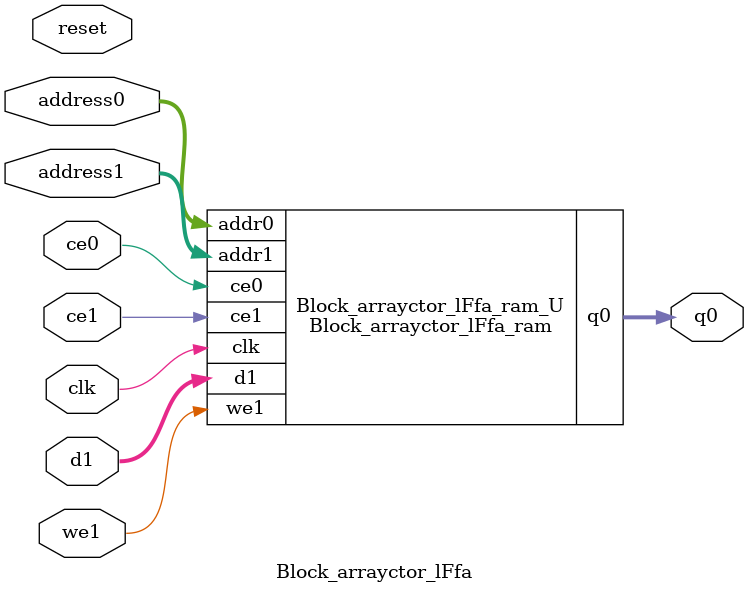
<source format=v>
`timescale 1 ns / 1 ps
module Block_arrayctor_lFfa_ram (addr0, ce0, q0, addr1, ce1, d1, we1,  clk);

parameter DWIDTH = 5;
parameter AWIDTH = 12;
parameter MEM_SIZE = 2592;

input[AWIDTH-1:0] addr0;
input ce0;
output reg[DWIDTH-1:0] q0;
input[AWIDTH-1:0] addr1;
input ce1;
input[DWIDTH-1:0] d1;
input we1;
input clk;

(* ram_style = "block" *)reg [DWIDTH-1:0] ram[0:MEM_SIZE-1];




always @(posedge clk)  
begin 
    if (ce0) begin
        q0 <= ram[addr0];
    end
end


always @(posedge clk)  
begin 
    if (ce1) begin
        if (we1) 
            ram[addr1] <= d1; 
    end
end


endmodule

`timescale 1 ns / 1 ps
module Block_arrayctor_lFfa(
    reset,
    clk,
    address0,
    ce0,
    q0,
    address1,
    ce1,
    we1,
    d1);

parameter DataWidth = 32'd5;
parameter AddressRange = 32'd2592;
parameter AddressWidth = 32'd12;
input reset;
input clk;
input[AddressWidth - 1:0] address0;
input ce0;
output[DataWidth - 1:0] q0;
input[AddressWidth - 1:0] address1;
input ce1;
input we1;
input[DataWidth - 1:0] d1;



Block_arrayctor_lFfa_ram Block_arrayctor_lFfa_ram_U(
    .clk( clk ),
    .addr0( address0 ),
    .ce0( ce0 ),
    .q0( q0 ),
    .addr1( address1 ),
    .ce1( ce1 ),
    .we1( we1 ),
    .d1( d1 ));

endmodule


</source>
